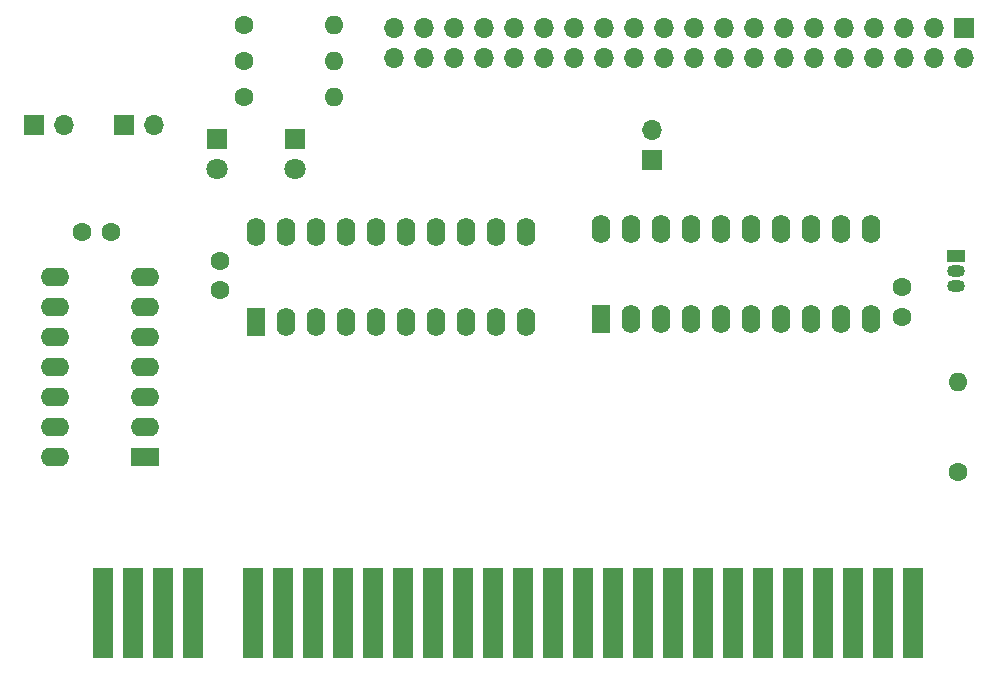
<source format=gbr>
%TF.GenerationSoftware,KiCad,Pcbnew,6.0.2+dfsg-1*%
%TF.CreationDate,2022-11-13T19:39:04+00:00*%
%TF.ProjectId,HDC,4844432e-6b69-4636-9164-5f7063625858,2*%
%TF.SameCoordinates,Original*%
%TF.FileFunction,Soldermask,Top*%
%TF.FilePolarity,Negative*%
%FSLAX46Y46*%
G04 Gerber Fmt 4.6, Leading zero omitted, Abs format (unit mm)*
G04 Created by KiCad (PCBNEW 6.0.2+dfsg-1) date 2022-11-13 19:39:04*
%MOMM*%
%LPD*%
G01*
G04 APERTURE LIST*
%ADD10R,1.800000X1.800000*%
%ADD11C,1.800000*%
%ADD12C,1.600000*%
%ADD13O,1.600000X1.600000*%
%ADD14R,1.700000X1.700000*%
%ADD15O,1.700000X1.700000*%
%ADD16R,1.500000X1.050000*%
%ADD17O,1.500000X1.050000*%
%ADD18R,1.600000X2.400000*%
%ADD19O,1.600000X2.400000*%
%ADD20R,1.780000X7.620000*%
%ADD21R,2.400000X1.600000*%
%ADD22O,2.400000X1.600000*%
G04 APERTURE END LIST*
D10*
%TO.C,D2*%
X110998000Y-112771000D03*
D11*
X110998000Y-115311000D03*
%TD*%
D12*
%TO.C,C1*%
X102068000Y-120650000D03*
X99568000Y-120650000D03*
%TD*%
%TO.C,R2*%
X113284000Y-106172000D03*
D13*
X120904000Y-106172000D03*
%TD*%
D14*
%TO.C,J3*%
X95499000Y-111563000D03*
D15*
X98039000Y-111563000D03*
%TD*%
D12*
%TO.C,R3*%
X113284000Y-103124000D03*
D13*
X120904000Y-103124000D03*
%TD*%
D16*
%TO.C,Q1*%
X173588000Y-122682000D03*
D17*
X173588000Y-123952000D03*
X173588000Y-125222000D03*
%TD*%
D18*
%TO.C,U2*%
X114305000Y-128285000D03*
D19*
X116845000Y-128285000D03*
X119385000Y-128285000D03*
X121925000Y-128285000D03*
X124465000Y-128285000D03*
X127005000Y-128285000D03*
X129545000Y-128285000D03*
X132085000Y-128285000D03*
X134625000Y-128285000D03*
X137165000Y-128285000D03*
X137165000Y-120665000D03*
X134625000Y-120665000D03*
X132085000Y-120665000D03*
X129545000Y-120665000D03*
X127005000Y-120665000D03*
X124465000Y-120665000D03*
X121925000Y-120665000D03*
X119385000Y-120665000D03*
X116845000Y-120665000D03*
X114305000Y-120665000D03*
%TD*%
D14*
%TO.C,J4*%
X174239000Y-103373000D03*
D15*
X174239000Y-105913000D03*
X171699000Y-103373000D03*
X171699000Y-105913000D03*
X169159000Y-103373000D03*
X169159000Y-105913000D03*
X166619000Y-103373000D03*
X166619000Y-105913000D03*
X164079000Y-103373000D03*
X164079000Y-105913000D03*
X161539000Y-103373000D03*
X161539000Y-105913000D03*
X158999000Y-103373000D03*
X158999000Y-105913000D03*
X156459000Y-103373000D03*
X156459000Y-105913000D03*
X153919000Y-103373000D03*
X153919000Y-105913000D03*
X151379000Y-103373000D03*
X151379000Y-105913000D03*
X148839000Y-103373000D03*
X148839000Y-105913000D03*
X146299000Y-103373000D03*
X146299000Y-105913000D03*
X143759000Y-103373000D03*
X143759000Y-105913000D03*
X141219000Y-103373000D03*
X141219000Y-105913000D03*
X138679000Y-103373000D03*
X138679000Y-105913000D03*
X136139000Y-103373000D03*
X136139000Y-105913000D03*
X133599000Y-103373000D03*
X133599000Y-105913000D03*
X131059000Y-103373000D03*
X131059000Y-105913000D03*
X128519000Y-103373000D03*
X128519000Y-105913000D03*
X125979000Y-103373000D03*
X125979000Y-105913000D03*
%TD*%
D14*
%TO.C,J2*%
X103119000Y-111563000D03*
D15*
X105659000Y-111563000D03*
%TD*%
D20*
%TO.C,J1*%
X101346000Y-152908000D03*
X103886000Y-152908000D03*
X106426000Y-152908000D03*
X108966000Y-152908000D03*
X114046000Y-152908000D03*
X116586000Y-152908000D03*
X119126000Y-152908000D03*
X121666000Y-152908000D03*
X124206000Y-152908000D03*
X126746000Y-152908000D03*
X129286000Y-152908000D03*
X131826000Y-152908000D03*
X134366000Y-152908000D03*
X136906000Y-152908000D03*
X139446000Y-152908000D03*
X141986000Y-152908000D03*
X144526000Y-152908000D03*
X147066000Y-152908000D03*
X149606000Y-152908000D03*
X152146000Y-152908000D03*
X154686000Y-152908000D03*
X157226000Y-152908000D03*
X159766000Y-152908000D03*
X162306000Y-152908000D03*
X164846000Y-152908000D03*
X167386000Y-152908000D03*
X169926000Y-152908000D03*
%TD*%
D14*
%TO.C,J5*%
X147828000Y-114554000D03*
D15*
X147828000Y-112014000D03*
%TD*%
D12*
%TO.C,C3*%
X111252000Y-123103000D03*
X111252000Y-125603000D03*
%TD*%
D18*
%TO.C,U1*%
X143515000Y-128031000D03*
D19*
X146055000Y-128031000D03*
X148595000Y-128031000D03*
X151135000Y-128031000D03*
X153675000Y-128031000D03*
X156215000Y-128031000D03*
X158755000Y-128031000D03*
X161295000Y-128031000D03*
X163835000Y-128031000D03*
X166375000Y-128031000D03*
X166375000Y-120411000D03*
X163835000Y-120411000D03*
X161295000Y-120411000D03*
X158755000Y-120411000D03*
X156215000Y-120411000D03*
X153675000Y-120411000D03*
X151135000Y-120411000D03*
X148595000Y-120411000D03*
X146055000Y-120411000D03*
X143515000Y-120411000D03*
%TD*%
D12*
%TO.C,R4*%
X113284000Y-109220000D03*
D13*
X120904000Y-109220000D03*
%TD*%
D12*
%TO.C,C2*%
X169037000Y-125329000D03*
X169037000Y-127829000D03*
%TD*%
%TO.C,R1*%
X173736000Y-140970000D03*
D13*
X173736000Y-133350000D03*
%TD*%
D10*
%TO.C,D1*%
X117602000Y-112771000D03*
D11*
X117602000Y-115311000D03*
%TD*%
D21*
%TO.C,U3*%
X104917000Y-139705000D03*
D22*
X104917000Y-137165000D03*
X104917000Y-134625000D03*
X104917000Y-132085000D03*
X104917000Y-129545000D03*
X104917000Y-127005000D03*
X104917000Y-124465000D03*
X97297000Y-124465000D03*
X97297000Y-127005000D03*
X97297000Y-129545000D03*
X97297000Y-132085000D03*
X97297000Y-134625000D03*
X97297000Y-137165000D03*
X97297000Y-139705000D03*
%TD*%
M02*

</source>
